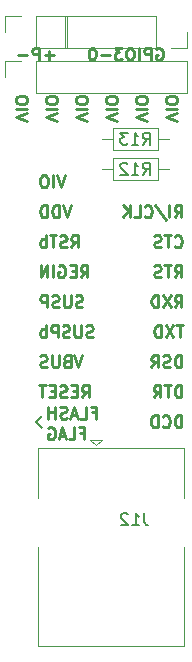
<source format=gbr>
G04 #@! TF.GenerationSoftware,KiCad,Pcbnew,(5.0.1)-4*
G04 #@! TF.CreationDate,2019-08-26T10:27:06+03:00*
G04 #@! TF.ProjectId,CP2102-breakout,4350323130322D627265616B6F75742E,rev?*
G04 #@! TF.SameCoordinates,Original*
G04 #@! TF.FileFunction,Legend,Bot*
G04 #@! TF.FilePolarity,Positive*
%FSLAX46Y46*%
G04 Gerber Fmt 4.6, Leading zero omitted, Abs format (unit mm)*
G04 Created by KiCad (PCBNEW (5.0.1)-4) date 26/08/2019 10:27:06*
%MOMM*%
%LPD*%
G01*
G04 APERTURE LIST*
%ADD10C,0.200000*%
%ADD11C,0.250000*%
%ADD12C,0.120000*%
%ADD13C,0.150000*%
G04 APERTURE END LIST*
D10*
X39370000Y-45720000D02*
X39878000Y-46228000D01*
X39878000Y-45212000D02*
X39370000Y-45720000D01*
D11*
X49561428Y-14105000D02*
X49656666Y-14057380D01*
X49799523Y-14057380D01*
X49942380Y-14105000D01*
X50037619Y-14200238D01*
X50085238Y-14295476D01*
X50132857Y-14485952D01*
X50132857Y-14628809D01*
X50085238Y-14819285D01*
X50037619Y-14914523D01*
X49942380Y-15009761D01*
X49799523Y-15057380D01*
X49704285Y-15057380D01*
X49561428Y-15009761D01*
X49513809Y-14962142D01*
X49513809Y-14628809D01*
X49704285Y-14628809D01*
X49085238Y-15057380D02*
X49085238Y-14057380D01*
X48704285Y-14057380D01*
X48609047Y-14105000D01*
X48561428Y-14152619D01*
X48513809Y-14247857D01*
X48513809Y-14390714D01*
X48561428Y-14485952D01*
X48609047Y-14533571D01*
X48704285Y-14581190D01*
X49085238Y-14581190D01*
X48085238Y-15057380D02*
X48085238Y-14057380D01*
X47418571Y-14057380D02*
X47228095Y-14057380D01*
X47132857Y-14105000D01*
X47037619Y-14200238D01*
X46990000Y-14390714D01*
X46990000Y-14724047D01*
X47037619Y-14914523D01*
X47132857Y-15009761D01*
X47228095Y-15057380D01*
X47418571Y-15057380D01*
X47513809Y-15009761D01*
X47609047Y-14914523D01*
X47656666Y-14724047D01*
X47656666Y-14390714D01*
X47609047Y-14200238D01*
X47513809Y-14105000D01*
X47418571Y-14057380D01*
X46656666Y-14057380D02*
X46037619Y-14057380D01*
X46370952Y-14438333D01*
X46228095Y-14438333D01*
X46132857Y-14485952D01*
X46085238Y-14533571D01*
X46037619Y-14628809D01*
X46037619Y-14866904D01*
X46085238Y-14962142D01*
X46132857Y-15009761D01*
X46228095Y-15057380D01*
X46513809Y-15057380D01*
X46609047Y-15009761D01*
X46656666Y-14962142D01*
X45609047Y-14676428D02*
X44847142Y-14676428D01*
X44180476Y-14057380D02*
X44085238Y-14057380D01*
X43990000Y-14105000D01*
X43942380Y-14152619D01*
X43894761Y-14247857D01*
X43847142Y-14438333D01*
X43847142Y-14676428D01*
X43894761Y-14866904D01*
X43942380Y-14962142D01*
X43990000Y-15009761D01*
X44085238Y-15057380D01*
X44180476Y-15057380D01*
X44275714Y-15009761D01*
X44323333Y-14962142D01*
X44370952Y-14866904D01*
X44418571Y-14676428D01*
X44418571Y-14438333D01*
X44370952Y-14247857D01*
X44323333Y-14152619D01*
X44275714Y-14105000D01*
X44180476Y-14057380D01*
X40870000Y-14676428D02*
X40108095Y-14676428D01*
X40489047Y-15057380D02*
X40489047Y-14295476D01*
X39631904Y-15057380D02*
X39631904Y-14057380D01*
X39250952Y-14057380D01*
X39155714Y-14105000D01*
X39108095Y-14152619D01*
X39060476Y-14247857D01*
X39060476Y-14390714D01*
X39108095Y-14485952D01*
X39155714Y-14533571D01*
X39250952Y-14581190D01*
X39631904Y-14581190D01*
X38631904Y-14676428D02*
X37870000Y-14676428D01*
X51347619Y-20228214D02*
X50347619Y-19894880D01*
X51347619Y-19561547D01*
X50347619Y-19228214D02*
X51347619Y-19228214D01*
X51347619Y-18561547D02*
X51347619Y-18371071D01*
X51300000Y-18275833D01*
X51204761Y-18180595D01*
X51014285Y-18132976D01*
X50680952Y-18132976D01*
X50490476Y-18180595D01*
X50395238Y-18275833D01*
X50347619Y-18371071D01*
X50347619Y-18561547D01*
X50395238Y-18656785D01*
X50490476Y-18752023D01*
X50680952Y-18799642D01*
X51014285Y-18799642D01*
X51204761Y-18752023D01*
X51300000Y-18656785D01*
X51347619Y-18561547D01*
X48807619Y-20228214D02*
X47807619Y-19894880D01*
X48807619Y-19561547D01*
X47807619Y-19228214D02*
X48807619Y-19228214D01*
X48807619Y-18561547D02*
X48807619Y-18371071D01*
X48760000Y-18275833D01*
X48664761Y-18180595D01*
X48474285Y-18132976D01*
X48140952Y-18132976D01*
X47950476Y-18180595D01*
X47855238Y-18275833D01*
X47807619Y-18371071D01*
X47807619Y-18561547D01*
X47855238Y-18656785D01*
X47950476Y-18752023D01*
X48140952Y-18799642D01*
X48474285Y-18799642D01*
X48664761Y-18752023D01*
X48760000Y-18656785D01*
X48807619Y-18561547D01*
X46267619Y-20228214D02*
X45267619Y-19894880D01*
X46267619Y-19561547D01*
X45267619Y-19228214D02*
X46267619Y-19228214D01*
X46267619Y-18561547D02*
X46267619Y-18371071D01*
X46220000Y-18275833D01*
X46124761Y-18180595D01*
X45934285Y-18132976D01*
X45600952Y-18132976D01*
X45410476Y-18180595D01*
X45315238Y-18275833D01*
X45267619Y-18371071D01*
X45267619Y-18561547D01*
X45315238Y-18656785D01*
X45410476Y-18752023D01*
X45600952Y-18799642D01*
X45934285Y-18799642D01*
X46124761Y-18752023D01*
X46220000Y-18656785D01*
X46267619Y-18561547D01*
X43727619Y-20228214D02*
X42727619Y-19894880D01*
X43727619Y-19561547D01*
X42727619Y-19228214D02*
X43727619Y-19228214D01*
X43727619Y-18561547D02*
X43727619Y-18371071D01*
X43680000Y-18275833D01*
X43584761Y-18180595D01*
X43394285Y-18132976D01*
X43060952Y-18132976D01*
X42870476Y-18180595D01*
X42775238Y-18275833D01*
X42727619Y-18371071D01*
X42727619Y-18561547D01*
X42775238Y-18656785D01*
X42870476Y-18752023D01*
X43060952Y-18799642D01*
X43394285Y-18799642D01*
X43584761Y-18752023D01*
X43680000Y-18656785D01*
X43727619Y-18561547D01*
X41187619Y-20228214D02*
X40187619Y-19894880D01*
X41187619Y-19561547D01*
X40187619Y-19228214D02*
X41187619Y-19228214D01*
X41187619Y-18561547D02*
X41187619Y-18371071D01*
X41140000Y-18275833D01*
X41044761Y-18180595D01*
X40854285Y-18132976D01*
X40520952Y-18132976D01*
X40330476Y-18180595D01*
X40235238Y-18275833D01*
X40187619Y-18371071D01*
X40187619Y-18561547D01*
X40235238Y-18656785D01*
X40330476Y-18752023D01*
X40520952Y-18799642D01*
X40854285Y-18799642D01*
X41044761Y-18752023D01*
X41140000Y-18656785D01*
X41187619Y-18561547D01*
X38647619Y-20228214D02*
X37647619Y-19894880D01*
X38647619Y-19561547D01*
X37647619Y-19228214D02*
X38647619Y-19228214D01*
X38647619Y-18561547D02*
X38647619Y-18371071D01*
X38600000Y-18275833D01*
X38504761Y-18180595D01*
X38314285Y-18132976D01*
X37980952Y-18132976D01*
X37790476Y-18180595D01*
X37695238Y-18275833D01*
X37647619Y-18371071D01*
X37647619Y-18561547D01*
X37695238Y-18656785D01*
X37790476Y-18752023D01*
X37980952Y-18799642D01*
X38314285Y-18799642D01*
X38504761Y-18752023D01*
X38600000Y-18656785D01*
X38647619Y-18561547D01*
X51097976Y-28392380D02*
X51431309Y-27916190D01*
X51669404Y-28392380D02*
X51669404Y-27392380D01*
X51288452Y-27392380D01*
X51193214Y-27440000D01*
X51145595Y-27487619D01*
X51097976Y-27582857D01*
X51097976Y-27725714D01*
X51145595Y-27820952D01*
X51193214Y-27868571D01*
X51288452Y-27916190D01*
X51669404Y-27916190D01*
X50669404Y-28392380D02*
X50669404Y-27392380D01*
X49478928Y-27344761D02*
X50336071Y-28630476D01*
X48574166Y-28297142D02*
X48621785Y-28344761D01*
X48764642Y-28392380D01*
X48859880Y-28392380D01*
X49002738Y-28344761D01*
X49097976Y-28249523D01*
X49145595Y-28154285D01*
X49193214Y-27963809D01*
X49193214Y-27820952D01*
X49145595Y-27630476D01*
X49097976Y-27535238D01*
X49002738Y-27440000D01*
X48859880Y-27392380D01*
X48764642Y-27392380D01*
X48621785Y-27440000D01*
X48574166Y-27487619D01*
X47669404Y-28392380D02*
X48145595Y-28392380D01*
X48145595Y-27392380D01*
X47336071Y-28392380D02*
X47336071Y-27392380D01*
X46764642Y-28392380D02*
X47193214Y-27820952D01*
X46764642Y-27392380D02*
X47336071Y-27963809D01*
X51097976Y-30837142D02*
X51145595Y-30884761D01*
X51288452Y-30932380D01*
X51383690Y-30932380D01*
X51526547Y-30884761D01*
X51621785Y-30789523D01*
X51669404Y-30694285D01*
X51717023Y-30503809D01*
X51717023Y-30360952D01*
X51669404Y-30170476D01*
X51621785Y-30075238D01*
X51526547Y-29980000D01*
X51383690Y-29932380D01*
X51288452Y-29932380D01*
X51145595Y-29980000D01*
X51097976Y-30027619D01*
X50812261Y-29932380D02*
X50240833Y-29932380D01*
X50526547Y-30932380D02*
X50526547Y-29932380D01*
X49955119Y-30884761D02*
X49812261Y-30932380D01*
X49574166Y-30932380D01*
X49478928Y-30884761D01*
X49431309Y-30837142D01*
X49383690Y-30741904D01*
X49383690Y-30646666D01*
X49431309Y-30551428D01*
X49478928Y-30503809D01*
X49574166Y-30456190D01*
X49764642Y-30408571D01*
X49859880Y-30360952D01*
X49907500Y-30313333D01*
X49955119Y-30218095D01*
X49955119Y-30122857D01*
X49907500Y-30027619D01*
X49859880Y-29980000D01*
X49764642Y-29932380D01*
X49526547Y-29932380D01*
X49383690Y-29980000D01*
X51097976Y-33472380D02*
X51431309Y-32996190D01*
X51669404Y-33472380D02*
X51669404Y-32472380D01*
X51288452Y-32472380D01*
X51193214Y-32520000D01*
X51145595Y-32567619D01*
X51097976Y-32662857D01*
X51097976Y-32805714D01*
X51145595Y-32900952D01*
X51193214Y-32948571D01*
X51288452Y-32996190D01*
X51669404Y-32996190D01*
X50812261Y-32472380D02*
X50240833Y-32472380D01*
X50526547Y-33472380D02*
X50526547Y-32472380D01*
X49955119Y-33424761D02*
X49812261Y-33472380D01*
X49574166Y-33472380D01*
X49478928Y-33424761D01*
X49431309Y-33377142D01*
X49383690Y-33281904D01*
X49383690Y-33186666D01*
X49431309Y-33091428D01*
X49478928Y-33043809D01*
X49574166Y-32996190D01*
X49764642Y-32948571D01*
X49859880Y-32900952D01*
X49907500Y-32853333D01*
X49955119Y-32758095D01*
X49955119Y-32662857D01*
X49907500Y-32567619D01*
X49859880Y-32520000D01*
X49764642Y-32472380D01*
X49526547Y-32472380D01*
X49383690Y-32520000D01*
X51097976Y-36012380D02*
X51431309Y-35536190D01*
X51669404Y-36012380D02*
X51669404Y-35012380D01*
X51288452Y-35012380D01*
X51193214Y-35060000D01*
X51145595Y-35107619D01*
X51097976Y-35202857D01*
X51097976Y-35345714D01*
X51145595Y-35440952D01*
X51193214Y-35488571D01*
X51288452Y-35536190D01*
X51669404Y-35536190D01*
X50764642Y-35012380D02*
X50097976Y-36012380D01*
X50097976Y-35012380D02*
X50764642Y-36012380D01*
X49717023Y-36012380D02*
X49717023Y-35012380D01*
X49478928Y-35012380D01*
X49336071Y-35060000D01*
X49240833Y-35155238D01*
X49193214Y-35250476D01*
X49145595Y-35440952D01*
X49145595Y-35583809D01*
X49193214Y-35774285D01*
X49240833Y-35869523D01*
X49336071Y-35964761D01*
X49478928Y-36012380D01*
X49717023Y-36012380D01*
X51812261Y-37552380D02*
X51240833Y-37552380D01*
X51526547Y-38552380D02*
X51526547Y-37552380D01*
X51002738Y-37552380D02*
X50336071Y-38552380D01*
X50336071Y-37552380D02*
X51002738Y-38552380D01*
X49955119Y-38552380D02*
X49955119Y-37552380D01*
X49717023Y-37552380D01*
X49574166Y-37600000D01*
X49478928Y-37695238D01*
X49431309Y-37790476D01*
X49383690Y-37980952D01*
X49383690Y-38123809D01*
X49431309Y-38314285D01*
X49478928Y-38409523D01*
X49574166Y-38504761D01*
X49717023Y-38552380D01*
X49955119Y-38552380D01*
X51669404Y-41092380D02*
X51669404Y-40092380D01*
X51431309Y-40092380D01*
X51288452Y-40140000D01*
X51193214Y-40235238D01*
X51145595Y-40330476D01*
X51097976Y-40520952D01*
X51097976Y-40663809D01*
X51145595Y-40854285D01*
X51193214Y-40949523D01*
X51288452Y-41044761D01*
X51431309Y-41092380D01*
X51669404Y-41092380D01*
X50717023Y-41044761D02*
X50574166Y-41092380D01*
X50336071Y-41092380D01*
X50240833Y-41044761D01*
X50193214Y-40997142D01*
X50145595Y-40901904D01*
X50145595Y-40806666D01*
X50193214Y-40711428D01*
X50240833Y-40663809D01*
X50336071Y-40616190D01*
X50526547Y-40568571D01*
X50621785Y-40520952D01*
X50669404Y-40473333D01*
X50717023Y-40378095D01*
X50717023Y-40282857D01*
X50669404Y-40187619D01*
X50621785Y-40140000D01*
X50526547Y-40092380D01*
X50288452Y-40092380D01*
X50145595Y-40140000D01*
X49145595Y-41092380D02*
X49478928Y-40616190D01*
X49717023Y-41092380D02*
X49717023Y-40092380D01*
X49336071Y-40092380D01*
X49240833Y-40140000D01*
X49193214Y-40187619D01*
X49145595Y-40282857D01*
X49145595Y-40425714D01*
X49193214Y-40520952D01*
X49240833Y-40568571D01*
X49336071Y-40616190D01*
X49717023Y-40616190D01*
X51669404Y-43632380D02*
X51669404Y-42632380D01*
X51431309Y-42632380D01*
X51288452Y-42680000D01*
X51193214Y-42775238D01*
X51145595Y-42870476D01*
X51097976Y-43060952D01*
X51097976Y-43203809D01*
X51145595Y-43394285D01*
X51193214Y-43489523D01*
X51288452Y-43584761D01*
X51431309Y-43632380D01*
X51669404Y-43632380D01*
X50812261Y-42632380D02*
X50240833Y-42632380D01*
X50526547Y-43632380D02*
X50526547Y-42632380D01*
X49336071Y-43632380D02*
X49669404Y-43156190D01*
X49907500Y-43632380D02*
X49907500Y-42632380D01*
X49526547Y-42632380D01*
X49431309Y-42680000D01*
X49383690Y-42727619D01*
X49336071Y-42822857D01*
X49336071Y-42965714D01*
X49383690Y-43060952D01*
X49431309Y-43108571D01*
X49526547Y-43156190D01*
X49907500Y-43156190D01*
X51669404Y-46172380D02*
X51669404Y-45172380D01*
X51431309Y-45172380D01*
X51288452Y-45220000D01*
X51193214Y-45315238D01*
X51145595Y-45410476D01*
X51097976Y-45600952D01*
X51097976Y-45743809D01*
X51145595Y-45934285D01*
X51193214Y-46029523D01*
X51288452Y-46124761D01*
X51431309Y-46172380D01*
X51669404Y-46172380D01*
X50097976Y-46077142D02*
X50145595Y-46124761D01*
X50288452Y-46172380D01*
X50383690Y-46172380D01*
X50526547Y-46124761D01*
X50621785Y-46029523D01*
X50669404Y-45934285D01*
X50717023Y-45743809D01*
X50717023Y-45600952D01*
X50669404Y-45410476D01*
X50621785Y-45315238D01*
X50526547Y-45220000D01*
X50383690Y-45172380D01*
X50288452Y-45172380D01*
X50145595Y-45220000D01*
X50097976Y-45267619D01*
X49669404Y-46172380D02*
X49669404Y-45172380D01*
X49431309Y-45172380D01*
X49288452Y-45220000D01*
X49193214Y-45315238D01*
X49145595Y-45410476D01*
X49097976Y-45600952D01*
X49097976Y-45743809D01*
X49145595Y-45934285D01*
X49193214Y-46029523D01*
X49288452Y-46124761D01*
X49431309Y-46172380D01*
X49669404Y-46172380D01*
X44134880Y-44913571D02*
X44468214Y-44913571D01*
X44468214Y-45437380D02*
X44468214Y-44437380D01*
X43992023Y-44437380D01*
X43134880Y-45437380D02*
X43611071Y-45437380D01*
X43611071Y-44437380D01*
X42849166Y-45151666D02*
X42372976Y-45151666D01*
X42944404Y-45437380D02*
X42611071Y-44437380D01*
X42277738Y-45437380D01*
X41992023Y-45389761D02*
X41849166Y-45437380D01*
X41611071Y-45437380D01*
X41515833Y-45389761D01*
X41468214Y-45342142D01*
X41420595Y-45246904D01*
X41420595Y-45151666D01*
X41468214Y-45056428D01*
X41515833Y-45008809D01*
X41611071Y-44961190D01*
X41801547Y-44913571D01*
X41896785Y-44865952D01*
X41944404Y-44818333D01*
X41992023Y-44723095D01*
X41992023Y-44627857D01*
X41944404Y-44532619D01*
X41896785Y-44485000D01*
X41801547Y-44437380D01*
X41563452Y-44437380D01*
X41420595Y-44485000D01*
X40992023Y-45437380D02*
X40992023Y-44437380D01*
X40992023Y-44913571D02*
X40420595Y-44913571D01*
X40420595Y-45437380D02*
X40420595Y-44437380D01*
X43134880Y-46663571D02*
X43468214Y-46663571D01*
X43468214Y-47187380D02*
X43468214Y-46187380D01*
X42992023Y-46187380D01*
X42134880Y-47187380D02*
X42611071Y-47187380D01*
X42611071Y-46187380D01*
X41849166Y-46901666D02*
X41372976Y-46901666D01*
X41944404Y-47187380D02*
X41611071Y-46187380D01*
X41277738Y-47187380D01*
X40420595Y-46235000D02*
X40515833Y-46187380D01*
X40658690Y-46187380D01*
X40801547Y-46235000D01*
X40896785Y-46330238D01*
X40944404Y-46425476D01*
X40992023Y-46615952D01*
X40992023Y-46758809D01*
X40944404Y-46949285D01*
X40896785Y-47044523D01*
X40801547Y-47139761D01*
X40658690Y-47187380D01*
X40563452Y-47187380D01*
X40420595Y-47139761D01*
X40372976Y-47092142D01*
X40372976Y-46758809D01*
X40563452Y-46758809D01*
X43246785Y-43632380D02*
X43580119Y-43156190D01*
X43818214Y-43632380D02*
X43818214Y-42632380D01*
X43437261Y-42632380D01*
X43342023Y-42680000D01*
X43294404Y-42727619D01*
X43246785Y-42822857D01*
X43246785Y-42965714D01*
X43294404Y-43060952D01*
X43342023Y-43108571D01*
X43437261Y-43156190D01*
X43818214Y-43156190D01*
X42818214Y-43108571D02*
X42484880Y-43108571D01*
X42342023Y-43632380D02*
X42818214Y-43632380D01*
X42818214Y-42632380D01*
X42342023Y-42632380D01*
X41961071Y-43584761D02*
X41818214Y-43632380D01*
X41580119Y-43632380D01*
X41484880Y-43584761D01*
X41437261Y-43537142D01*
X41389642Y-43441904D01*
X41389642Y-43346666D01*
X41437261Y-43251428D01*
X41484880Y-43203809D01*
X41580119Y-43156190D01*
X41770595Y-43108571D01*
X41865833Y-43060952D01*
X41913452Y-43013333D01*
X41961071Y-42918095D01*
X41961071Y-42822857D01*
X41913452Y-42727619D01*
X41865833Y-42680000D01*
X41770595Y-42632380D01*
X41532500Y-42632380D01*
X41389642Y-42680000D01*
X40961071Y-43108571D02*
X40627738Y-43108571D01*
X40484880Y-43632380D02*
X40961071Y-43632380D01*
X40961071Y-42632380D01*
X40484880Y-42632380D01*
X40199166Y-42632380D02*
X39627738Y-42632380D01*
X39913452Y-43632380D02*
X39913452Y-42632380D01*
X43294404Y-40092380D02*
X42961071Y-41092380D01*
X42627738Y-40092380D01*
X41961071Y-40568571D02*
X41818214Y-40616190D01*
X41770595Y-40663809D01*
X41722976Y-40759047D01*
X41722976Y-40901904D01*
X41770595Y-40997142D01*
X41818214Y-41044761D01*
X41913452Y-41092380D01*
X42294404Y-41092380D01*
X42294404Y-40092380D01*
X41961071Y-40092380D01*
X41865833Y-40140000D01*
X41818214Y-40187619D01*
X41770595Y-40282857D01*
X41770595Y-40378095D01*
X41818214Y-40473333D01*
X41865833Y-40520952D01*
X41961071Y-40568571D01*
X42294404Y-40568571D01*
X41294404Y-40092380D02*
X41294404Y-40901904D01*
X41246785Y-40997142D01*
X41199166Y-41044761D01*
X41103928Y-41092380D01*
X40913452Y-41092380D01*
X40818214Y-41044761D01*
X40770595Y-40997142D01*
X40722976Y-40901904D01*
X40722976Y-40092380D01*
X40294404Y-41044761D02*
X40151547Y-41092380D01*
X39913452Y-41092380D01*
X39818214Y-41044761D01*
X39770595Y-40997142D01*
X39722976Y-40901904D01*
X39722976Y-40806666D01*
X39770595Y-40711428D01*
X39818214Y-40663809D01*
X39913452Y-40616190D01*
X40103928Y-40568571D01*
X40199166Y-40520952D01*
X40246785Y-40473333D01*
X40294404Y-40378095D01*
X40294404Y-40282857D01*
X40246785Y-40187619D01*
X40199166Y-40140000D01*
X40103928Y-40092380D01*
X39865833Y-40092380D01*
X39722976Y-40140000D01*
X44199166Y-38504761D02*
X44056309Y-38552380D01*
X43818214Y-38552380D01*
X43722976Y-38504761D01*
X43675357Y-38457142D01*
X43627738Y-38361904D01*
X43627738Y-38266666D01*
X43675357Y-38171428D01*
X43722976Y-38123809D01*
X43818214Y-38076190D01*
X44008690Y-38028571D01*
X44103928Y-37980952D01*
X44151547Y-37933333D01*
X44199166Y-37838095D01*
X44199166Y-37742857D01*
X44151547Y-37647619D01*
X44103928Y-37600000D01*
X44008690Y-37552380D01*
X43770595Y-37552380D01*
X43627738Y-37600000D01*
X43199166Y-37552380D02*
X43199166Y-38361904D01*
X43151547Y-38457142D01*
X43103928Y-38504761D01*
X43008690Y-38552380D01*
X42818214Y-38552380D01*
X42722976Y-38504761D01*
X42675357Y-38457142D01*
X42627738Y-38361904D01*
X42627738Y-37552380D01*
X42199166Y-38504761D02*
X42056309Y-38552380D01*
X41818214Y-38552380D01*
X41722976Y-38504761D01*
X41675357Y-38457142D01*
X41627738Y-38361904D01*
X41627738Y-38266666D01*
X41675357Y-38171428D01*
X41722976Y-38123809D01*
X41818214Y-38076190D01*
X42008690Y-38028571D01*
X42103928Y-37980952D01*
X42151547Y-37933333D01*
X42199166Y-37838095D01*
X42199166Y-37742857D01*
X42151547Y-37647619D01*
X42103928Y-37600000D01*
X42008690Y-37552380D01*
X41770595Y-37552380D01*
X41627738Y-37600000D01*
X41199166Y-38552380D02*
X41199166Y-37552380D01*
X40818214Y-37552380D01*
X40722976Y-37600000D01*
X40675357Y-37647619D01*
X40627738Y-37742857D01*
X40627738Y-37885714D01*
X40675357Y-37980952D01*
X40722976Y-38028571D01*
X40818214Y-38076190D01*
X41199166Y-38076190D01*
X40199166Y-38552380D02*
X40199166Y-37552380D01*
X40199166Y-37933333D02*
X40103928Y-37885714D01*
X39913452Y-37885714D01*
X39818214Y-37933333D01*
X39770595Y-37980952D01*
X39722976Y-38076190D01*
X39722976Y-38361904D01*
X39770595Y-38457142D01*
X39818214Y-38504761D01*
X39913452Y-38552380D01*
X40103928Y-38552380D01*
X40199166Y-38504761D01*
X43294404Y-35964761D02*
X43151547Y-36012380D01*
X42913452Y-36012380D01*
X42818214Y-35964761D01*
X42770595Y-35917142D01*
X42722976Y-35821904D01*
X42722976Y-35726666D01*
X42770595Y-35631428D01*
X42818214Y-35583809D01*
X42913452Y-35536190D01*
X43103928Y-35488571D01*
X43199166Y-35440952D01*
X43246785Y-35393333D01*
X43294404Y-35298095D01*
X43294404Y-35202857D01*
X43246785Y-35107619D01*
X43199166Y-35060000D01*
X43103928Y-35012380D01*
X42865833Y-35012380D01*
X42722976Y-35060000D01*
X42294404Y-35012380D02*
X42294404Y-35821904D01*
X42246785Y-35917142D01*
X42199166Y-35964761D01*
X42103928Y-36012380D01*
X41913452Y-36012380D01*
X41818214Y-35964761D01*
X41770595Y-35917142D01*
X41722976Y-35821904D01*
X41722976Y-35012380D01*
X41294404Y-35964761D02*
X41151547Y-36012380D01*
X40913452Y-36012380D01*
X40818214Y-35964761D01*
X40770595Y-35917142D01*
X40722976Y-35821904D01*
X40722976Y-35726666D01*
X40770595Y-35631428D01*
X40818214Y-35583809D01*
X40913452Y-35536190D01*
X41103928Y-35488571D01*
X41199166Y-35440952D01*
X41246785Y-35393333D01*
X41294404Y-35298095D01*
X41294404Y-35202857D01*
X41246785Y-35107619D01*
X41199166Y-35060000D01*
X41103928Y-35012380D01*
X40865833Y-35012380D01*
X40722976Y-35060000D01*
X40294404Y-36012380D02*
X40294404Y-35012380D01*
X39913452Y-35012380D01*
X39818214Y-35060000D01*
X39770595Y-35107619D01*
X39722976Y-35202857D01*
X39722976Y-35345714D01*
X39770595Y-35440952D01*
X39818214Y-35488571D01*
X39913452Y-35536190D01*
X40294404Y-35536190D01*
X43151547Y-33472380D02*
X43484880Y-32996190D01*
X43722976Y-33472380D02*
X43722976Y-32472380D01*
X43342023Y-32472380D01*
X43246785Y-32520000D01*
X43199166Y-32567619D01*
X43151547Y-32662857D01*
X43151547Y-32805714D01*
X43199166Y-32900952D01*
X43246785Y-32948571D01*
X43342023Y-32996190D01*
X43722976Y-32996190D01*
X42722976Y-32948571D02*
X42389642Y-32948571D01*
X42246785Y-33472380D02*
X42722976Y-33472380D01*
X42722976Y-32472380D01*
X42246785Y-32472380D01*
X41294404Y-32520000D02*
X41389642Y-32472380D01*
X41532500Y-32472380D01*
X41675357Y-32520000D01*
X41770595Y-32615238D01*
X41818214Y-32710476D01*
X41865833Y-32900952D01*
X41865833Y-33043809D01*
X41818214Y-33234285D01*
X41770595Y-33329523D01*
X41675357Y-33424761D01*
X41532500Y-33472380D01*
X41437261Y-33472380D01*
X41294404Y-33424761D01*
X41246785Y-33377142D01*
X41246785Y-33043809D01*
X41437261Y-33043809D01*
X40818214Y-33472380D02*
X40818214Y-32472380D01*
X40342023Y-33472380D02*
X40342023Y-32472380D01*
X39770595Y-33472380D01*
X39770595Y-32472380D01*
X42342023Y-30932380D02*
X42675357Y-30456190D01*
X42913452Y-30932380D02*
X42913452Y-29932380D01*
X42532500Y-29932380D01*
X42437261Y-29980000D01*
X42389642Y-30027619D01*
X42342023Y-30122857D01*
X42342023Y-30265714D01*
X42389642Y-30360952D01*
X42437261Y-30408571D01*
X42532500Y-30456190D01*
X42913452Y-30456190D01*
X41961071Y-30884761D02*
X41818214Y-30932380D01*
X41580119Y-30932380D01*
X41484880Y-30884761D01*
X41437261Y-30837142D01*
X41389642Y-30741904D01*
X41389642Y-30646666D01*
X41437261Y-30551428D01*
X41484880Y-30503809D01*
X41580119Y-30456190D01*
X41770595Y-30408571D01*
X41865833Y-30360952D01*
X41913452Y-30313333D01*
X41961071Y-30218095D01*
X41961071Y-30122857D01*
X41913452Y-30027619D01*
X41865833Y-29980000D01*
X41770595Y-29932380D01*
X41532500Y-29932380D01*
X41389642Y-29980000D01*
X41103928Y-29932380D02*
X40532500Y-29932380D01*
X40818214Y-30932380D02*
X40818214Y-29932380D01*
X40199166Y-30932380D02*
X40199166Y-29932380D01*
X40199166Y-30313333D02*
X40103928Y-30265714D01*
X39913452Y-30265714D01*
X39818214Y-30313333D01*
X39770595Y-30360952D01*
X39722976Y-30456190D01*
X39722976Y-30741904D01*
X39770595Y-30837142D01*
X39818214Y-30884761D01*
X39913452Y-30932380D01*
X40103928Y-30932380D01*
X40199166Y-30884761D01*
X42294404Y-27392380D02*
X41961071Y-28392380D01*
X41627738Y-27392380D01*
X41294404Y-28392380D02*
X41294404Y-27392380D01*
X41056309Y-27392380D01*
X40913452Y-27440000D01*
X40818214Y-27535238D01*
X40770595Y-27630476D01*
X40722976Y-27820952D01*
X40722976Y-27963809D01*
X40770595Y-28154285D01*
X40818214Y-28249523D01*
X40913452Y-28344761D01*
X41056309Y-28392380D01*
X41294404Y-28392380D01*
X40294404Y-28392380D02*
X40294404Y-27392380D01*
X40056309Y-27392380D01*
X39913452Y-27440000D01*
X39818214Y-27535238D01*
X39770595Y-27630476D01*
X39722976Y-27820952D01*
X39722976Y-27963809D01*
X39770595Y-28154285D01*
X39818214Y-28249523D01*
X39913452Y-28344761D01*
X40056309Y-28392380D01*
X40294404Y-28392380D01*
X41818214Y-24852380D02*
X41484880Y-25852380D01*
X41151547Y-24852380D01*
X40818214Y-25852380D02*
X40818214Y-24852380D01*
X40151547Y-24852380D02*
X39961071Y-24852380D01*
X39865833Y-24900000D01*
X39770595Y-24995238D01*
X39722976Y-25185714D01*
X39722976Y-25519047D01*
X39770595Y-25709523D01*
X39865833Y-25804761D01*
X39961071Y-25852380D01*
X40151547Y-25852380D01*
X40246785Y-25804761D01*
X40342023Y-25709523D01*
X40389642Y-25519047D01*
X40389642Y-25185714D01*
X40342023Y-24995238D01*
X40246785Y-24900000D01*
X40151547Y-24852380D01*
D12*
G04 #@! TO.C,J12*
X39540000Y-52190000D02*
X39540000Y-47930000D01*
X39540000Y-47930000D02*
X51860000Y-47930000D01*
X51860000Y-47930000D02*
X51860000Y-52190000D01*
X39540000Y-56290000D02*
X39540000Y-64650000D01*
X39540000Y-64650000D02*
X51860000Y-64650000D01*
X51860000Y-64650000D02*
X51860000Y-56290000D01*
X44450000Y-47710000D02*
X43950000Y-47210000D01*
X43950000Y-47210000D02*
X44950000Y-47210000D01*
X44950000Y-47210000D02*
X44450000Y-47710000D01*
G04 #@! TO.C,J4*
X41970000Y-11370000D02*
X41970000Y-14030000D01*
X39370000Y-11370000D02*
X41970000Y-11370000D01*
X39370000Y-14030000D02*
X41970000Y-14030000D01*
X39370000Y-11370000D02*
X39370000Y-14030000D01*
X38100000Y-11370000D02*
X36770000Y-11370000D01*
X36770000Y-11370000D02*
X36770000Y-12700000D01*
G04 #@! TO.C,J3*
X41850000Y-14030000D02*
X41850000Y-11370000D01*
X49530000Y-14030000D02*
X41850000Y-14030000D01*
X49530000Y-11370000D02*
X41850000Y-11370000D01*
X49530000Y-14030000D02*
X49530000Y-11370000D01*
X50800000Y-14030000D02*
X52130000Y-14030000D01*
X52130000Y-14030000D02*
X52130000Y-12700000D01*
G04 #@! TO.C,J19*
X36770000Y-15180000D02*
X36770000Y-16510000D01*
X38100000Y-15180000D02*
X36770000Y-15180000D01*
X39370000Y-15180000D02*
X39370000Y-17840000D01*
X39370000Y-17840000D02*
X52130000Y-17840000D01*
X39370000Y-15180000D02*
X52130000Y-15180000D01*
X52130000Y-15180000D02*
X52130000Y-17840000D01*
G04 #@! TO.C,R13*
X50660000Y-21780000D02*
X49710000Y-21780000D01*
X44920000Y-21780000D02*
X45870000Y-21780000D01*
X49710000Y-22700000D02*
X45870000Y-22700000D01*
X49710000Y-20860000D02*
X49710000Y-22700000D01*
X45870000Y-20860000D02*
X49710000Y-20860000D01*
X45870000Y-22700000D02*
X45870000Y-20860000D01*
G04 #@! TO.C,R12*
X50660000Y-24320000D02*
X49710000Y-24320000D01*
X44920000Y-24320000D02*
X45870000Y-24320000D01*
X49710000Y-25240000D02*
X45870000Y-25240000D01*
X49710000Y-23400000D02*
X49710000Y-25240000D01*
X45870000Y-23400000D02*
X49710000Y-23400000D01*
X45870000Y-25240000D02*
X45870000Y-23400000D01*
G04 #@! TO.C,J12*
D13*
X48509523Y-53452380D02*
X48509523Y-54166666D01*
X48557142Y-54309523D01*
X48652380Y-54404761D01*
X48795238Y-54452380D01*
X48890476Y-54452380D01*
X47509523Y-54452380D02*
X48080952Y-54452380D01*
X47795238Y-54452380D02*
X47795238Y-53452380D01*
X47890476Y-53595238D01*
X47985714Y-53690476D01*
X48080952Y-53738095D01*
X47128571Y-53547619D02*
X47080952Y-53500000D01*
X46985714Y-53452380D01*
X46747619Y-53452380D01*
X46652380Y-53500000D01*
X46604761Y-53547619D01*
X46557142Y-53642857D01*
X46557142Y-53738095D01*
X46604761Y-53880952D01*
X47176190Y-54452380D01*
X46557142Y-54452380D01*
G04 #@! TO.C,R13*
X48422857Y-22232380D02*
X48756190Y-21756190D01*
X48994285Y-22232380D02*
X48994285Y-21232380D01*
X48613333Y-21232380D01*
X48518095Y-21280000D01*
X48470476Y-21327619D01*
X48422857Y-21422857D01*
X48422857Y-21565714D01*
X48470476Y-21660952D01*
X48518095Y-21708571D01*
X48613333Y-21756190D01*
X48994285Y-21756190D01*
X47470476Y-22232380D02*
X48041904Y-22232380D01*
X47756190Y-22232380D02*
X47756190Y-21232380D01*
X47851428Y-21375238D01*
X47946666Y-21470476D01*
X48041904Y-21518095D01*
X47137142Y-21232380D02*
X46518095Y-21232380D01*
X46851428Y-21613333D01*
X46708571Y-21613333D01*
X46613333Y-21660952D01*
X46565714Y-21708571D01*
X46518095Y-21803809D01*
X46518095Y-22041904D01*
X46565714Y-22137142D01*
X46613333Y-22184761D01*
X46708571Y-22232380D01*
X46994285Y-22232380D01*
X47089523Y-22184761D01*
X47137142Y-22137142D01*
G04 #@! TO.C,R12*
X48422857Y-24772380D02*
X48756190Y-24296190D01*
X48994285Y-24772380D02*
X48994285Y-23772380D01*
X48613333Y-23772380D01*
X48518095Y-23820000D01*
X48470476Y-23867619D01*
X48422857Y-23962857D01*
X48422857Y-24105714D01*
X48470476Y-24200952D01*
X48518095Y-24248571D01*
X48613333Y-24296190D01*
X48994285Y-24296190D01*
X47470476Y-24772380D02*
X48041904Y-24772380D01*
X47756190Y-24772380D02*
X47756190Y-23772380D01*
X47851428Y-23915238D01*
X47946666Y-24010476D01*
X48041904Y-24058095D01*
X47089523Y-23867619D02*
X47041904Y-23820000D01*
X46946666Y-23772380D01*
X46708571Y-23772380D01*
X46613333Y-23820000D01*
X46565714Y-23867619D01*
X46518095Y-23962857D01*
X46518095Y-24058095D01*
X46565714Y-24200952D01*
X47137142Y-24772380D01*
X46518095Y-24772380D01*
G04 #@! TD*
M02*

</source>
